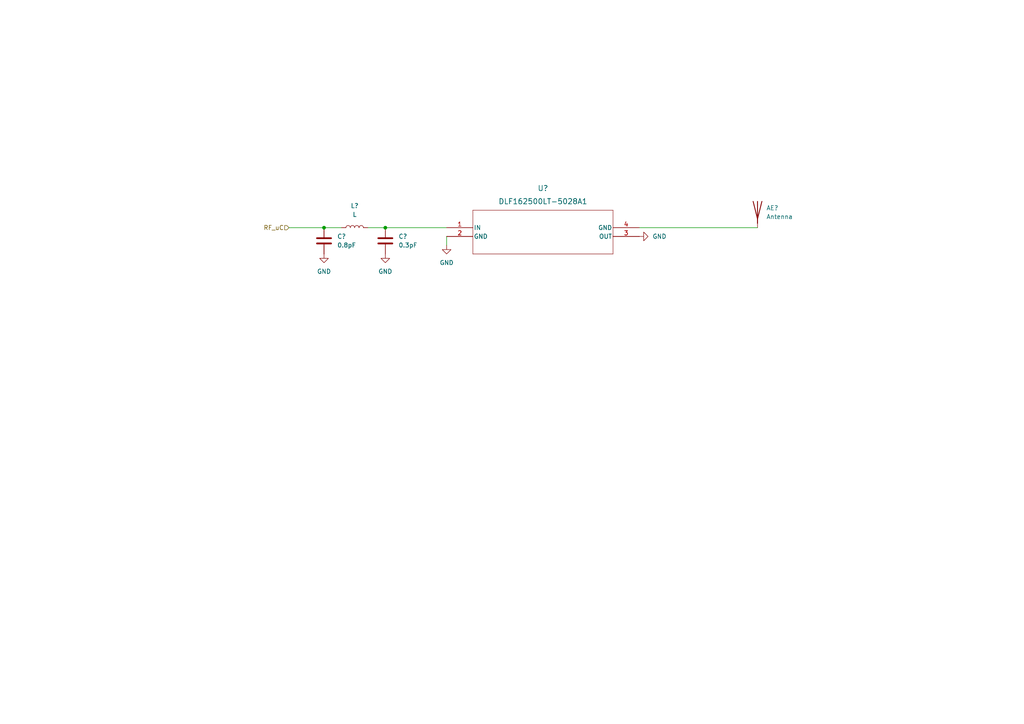
<source format=kicad_sch>
(kicad_sch (version 20211123) (generator eeschema)
  (paper "A4")
  (lib_symbols
    (symbol "2024-04-10_22-19-11:DLF162500LT-5028A1" (pin_names (offset 0.254))
      (property "Reference" "U" (at 27.94 10.16 0))
      (property "Value" "DLF162500LT-5028A1" (at 27.94 7.62 0))
      (symbol "DLF162500LT-5028A1_0_1"
        (polyline (pts (xy 7.62 -7.62) (xy 48.26 -7.62)) (stroke (width 0.127)))
        (polyline (pts (xy 7.62 5.08) (xy 7.62 -7.62)) (stroke (width 0.127)))
        (polyline (pts (xy 48.26 -7.62) (xy 48.26 5.08)) (stroke (width 0.127)))
        (polyline (pts (xy 48.26 5.08) (xy 7.62 5.08)) (stroke (width 0.127)))
        (pin input line (at 0 0 0) (length 7.62) (name "IN") (number "1"))
        (pin power_in line (at 0 -2.54 0) (length 7.62) (name "GND") (number "2"))
        (pin output line (at 55.88 -2.54 180) (length 7.62) (name "OUT") (number "3"))
        (pin power_in line (at 55.88 0 180) (length 7.62) (name "GND") (number "4"))
      )
    )
    (symbol "Device:Antenna" (pin_numbers hide) (pin_names (offset 1.016) hide)
      (property "Reference" "AE" (at -1.905 1.905 0))
      (property "Value" "Antenna" (at -1.905 0 0))
      (symbol "Antenna_0_1"
        (polyline (pts (xy 0 2.54) (xy 0 -3.81)) (stroke (width 0.254)))
        (polyline (pts (xy 1.27 2.54) (xy 0 -2.54) (xy -1.27 2.54)) (stroke (width 0.254)))
      )
      (symbol "Antenna_1_1"
        (pin input line (at 0 -5.08 90) (length 2.54) (name "A") (number "1"))
      )
    )
    (symbol "Device:C" (pin_numbers hide) (pin_names (offset 0.254))
      (property "Reference" "C" (at 0.635 2.54 0))
      (property "Value" "C" (at 0.635 -2.54 0))
      (symbol "C_0_1"
        (polyline (pts (xy -2.032 -0.762) (xy 2.032 -0.762)) (stroke (width 0.508)))
        (polyline (pts (xy -2.032 0.762) (xy 2.032 0.762)) (stroke (width 0.508)))
      )
      (symbol "C_1_1"
        (pin passive line (at 0 3.81 270) (length 2.794) (name "~") (number "1"))
        (pin passive line (at 0 -3.81 90) (length 2.794) (name "~") (number "2"))
      )
    )
    (symbol "Device:L" (pin_numbers hide) (pin_names (offset 1.016) hide)
      (property "Reference" "L" (at -1.27 0 90))
      (property "Value" "L" (at 1.905 0 90))
      (symbol "L_0_1"
        (arc (start 0 -2.54) (mid 0.635 -1.905) (end 0 -1.27))
        (arc (start 0 -1.27) (mid 0.635 -0.635) (end 0 0))
        (arc (start 0 0) (mid 0.635 0.635) (end 0 1.27))
        (arc (start 0 1.27) (mid 0.635 1.905) (end 0 2.54))
      )
      (symbol "L_1_1"
        (pin passive line (at 0 3.81 270) (length 1.27) (name "1") (number "1"))
        (pin passive line (at 0 -3.81 90) (length 1.27) (name "2") (number "2"))
      )
    )
    (symbol "power:GND" (power) (pin_names (offset 0))
      (property "Value" "GND" (at 0 -3.81 0))
      (symbol "GND_0_1"
        (polyline (pts (xy 0 0) (xy 0 -1.27) (xy 1.27 -1.27) (xy 0 -2.54) (xy -1.27 -1.27) (xy 0 -1.27)))
      )
      (symbol "GND_1_1"
        (pin power_in line (at 0 0 270) (length 0) hide (name "GND") (number "1"))
      )
    )
  )
  (junction (at 111.76 66.04))
  (junction (at 93.98 66.04))
  (wire (pts (xy 129.54 68.58) (xy 129.54 71.12)))
  (wire (pts (xy 111.76 66.04) (xy 129.54 66.04)))
  (wire (pts (xy 83.82 66.04) (xy 93.98 66.04)))
  (wire (pts (xy 185.42 66.04) (xy 219.71 66.04)))
  (wire (pts (xy 93.98 66.04) (xy 99.06 66.04)))
  (wire (pts (xy 106.68 66.04) (xy 111.76 66.04)))
  (hierarchical_label "RF_uC" (shape input) (at 83.82 66.04 180))
  (symbol (lib_id "2024-04-10_22-19-11:DLF162500LT-5028A1") (at 129.54 66.04 0) (unit 1)
    (property "Reference" "U?" (at 157.48 54.61 0) (effects (font (size 1.524 1.524))))
    (property "Value" "DLF162500LT-5028A1" (at 157.48 58.42 0) (effects (font (size 1.524 1.524))))
    (property "Footprint" "DLF-4_1P6X0P8" (effects hide))
    (property "Datasheet" "DLF162500LT-5028A1" (effects hide))
  )
  (symbol (lib_id "Device:L") (at 102.87 66.04 90) (unit 1)
    (property "Reference" "L?" (at 102.87 59.69 90))
    (property "Value" "L" (at 102.87 62.23 90))
  )
  (symbol (lib_id "Device:C") (at 111.76 69.85 0) (unit 1)
    (property "Reference" "C?" (at 115.57 68.5799 0) (effects (justify left)))
    (property "Value" "0.3pF" (at 115.57 71.1199 0) (effects (justify left)))
  )
  (symbol (lib_id "Device:C") (at 93.98 69.85 0) (unit 1)
    (property "Reference" "C?" (at 97.79 68.5799 0) (effects (justify left)))
    (property "Value" "0.8pF" (at 97.79 71.1199 0) (effects (justify left)))
  )
  (symbol (lib_id "power:GND") (at 93.98 73.66 0) (unit 1)
    (property "Reference" "#PWR?" (effects hide))
    (property "Value" "GND" (at 93.98 78.74 0))
  )
  (symbol (lib_id "power:GND") (at 129.54 71.12 0) (unit 1)
    (property "Reference" "#PWR?" (effects hide))
    (property "Value" "GND" (at 129.54 76.2 0))
  )
  (symbol (lib_id "Device:Antenna") (at 219.71 60.96 0) (unit 1)
    (property "Reference" "AE?" (at 222.25 60.3249 0) (effects (justify left)))
    (property "Value" "Antenna" (at 222.25 62.8649 0) (effects (justify left)))
  )
  (symbol (lib_id "power:GND") (at 111.76 73.66 0) (unit 1)
    (property "Reference" "#PWR?" (effects hide))
    (property "Value" "GND" (at 111.76 78.74 0))
  )
  (symbol (lib_id "power:GND") (at 185.42 68.58 90) (unit 1)
    (property "Reference" "#PWR?" (effects hide))
    (property "Value" "GND" (at 189.23 68.5799 90) (effects (justify right)))
  )
)
</source>
